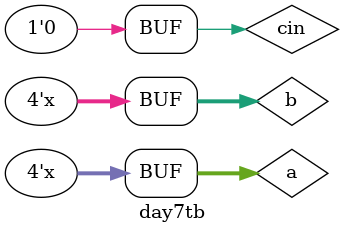
<source format=v>
`timescale 1ns / 1ps


module day7tb();
wire [4:0]c;
wire [3:0]s;
reg [3:0]a,b;
reg [0:0]cin;
day7 duu1(.a(a),.b(b),.cin(cin),.s(s),.c(c));
genvar i;
initial begin

a=4'b0;
b=4'b0;
cin=1'b0;

end
always#10 a[0]=~a[0];
always#20 a[1]=~a[1];
always#30 a[2]=~a[2];
always#40 a[3]=~a[3];
always#50 b[0]=~b[0];
always#60 b[1]=~b[1];
always#70 b[2]=~b[2];
always#80 b[3]=~b[3];





endmodule

</source>
